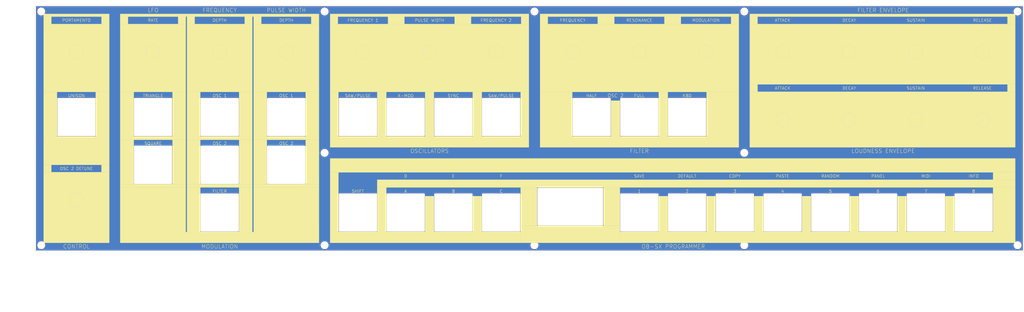
<source format=kicad_pcb>
(kicad_pcb (version 20171130) (host pcbnew "(5.1.7)-1")
  (layers (0 F.Cu signal) (31 B.Cu signal) (34 B.Paste user) (35 F.Paste user) (36 B.SilkS user) (37 F.SilkS user) (38 B.Mask user) (39 F.Mask user) (44 Edge.Cuts user))
  (net 0 "")
  (gr_circle (center 100.33 356.87) (end 103.88 356.87) (layer Edge.Cuts) (width 0.05))
  (gr_circle (center 558.165 316.23) (end 561.715 316.23) (layer Edge.Cuts) (width 0.05))
  (gr_circle (center 524.51 316.23) (end 528.06 316.23) (layer Edge.Cuts) (width 0.05))
  (gr_circle (center 490.855 316.23) (end 494.405 316.23) (layer Edge.Cuts) (width 0.05))
  (gr_circle (center 457.2 316.23) (end 460.75 316.23) (layer Edge.Cuts) (width 0.05))
  (gr_circle (center 558.165 281.94) (end 561.715 281.94) (layer Edge.Cuts) (width 0.05))
  (gr_circle (center 524.51 281.94) (end 528.06 281.94) (layer Edge.Cuts) (width 0.05))
  (gr_circle (center 490.855 281.94) (end 494.405 281.94) (layer Edge.Cuts) (width 0.05))
  (gr_circle (center 457.2 281.94) (end 460.75 281.94) (layer Edge.Cuts) (width 0.05))
  (gr_circle (center 418.465 281.94) (end 422.015 281.94) (layer Edge.Cuts) (width 0.05))
  (gr_circle (center 384.81 281.94) (end 388.36 281.94) (layer Edge.Cuts) (width 0.05))
  (gr_circle (center 351.155 281.94) (end 354.705 281.94) (layer Edge.Cuts) (width 0.05))
  (gr_circle (center 312.42 281.94) (end 315.97 281.94) (layer Edge.Cuts) (width 0.05))
  (gr_circle (center 278.765 281.94) (end 282.315 281.94) (layer Edge.Cuts) (width 0.05))
  (gr_circle (center 245.11 281.94) (end 248.66 281.94) (layer Edge.Cuts) (width 0.05))
  (gr_circle (center 206.375 281.94) (end 209.925 281.94) (layer Edge.Cuts) (width 0.05))
  (gr_circle (center 172.72 281.94) (end 176.27 281.94) (layer Edge.Cuts) (width 0.05))
  (gr_circle (center 139.065 281.94) (end 142.615 281.94) (layer Edge.Cuts) (width 0.05))
  (gr_line (start 366.0775 369.2525) (end 333.6925 369.2525) (layer Edge.Cuts) (width 0.05))
  (gr_line (start 366.0775 351.155) (end 366.0775 369.2525) (layer Edge.Cuts) (width 0.05))
  (gr_line (start 333.6925 351.155) (end 366.0775 351.155) (layer Edge.Cuts) (width 0.05))
  (gr_line (start 333.6925 369.2525) (end 333.6925 351.155) (layer Edge.Cuts) (width 0.05))
  (gr_poly (pts (xy 374.9675 351.4725) (xy 366.7125 351.4725) (xy 366.7125 350.52) (xy 374.9675 350.52)) (layer F.SilkS) (width 0.1))
  (gr_poly (pts (xy 333.0575 351.4725) (xy 324.8025 351.4725) (xy 324.8025 350.52) (xy 333.0575 350.52)) (layer F.SilkS) (width 0.1))
  (gr_line (start 562.9275 372.4275) (end 562.9275 354.0125) (layer Edge.Cuts) (width 0.05))
  (gr_line (start 544.5125 354.0125) (end 544.5125 372.4275) (layer Edge.Cuts) (width 0.05))
  (gr_line (start 562.9275 354.0125) (end 544.5125 354.0125) (layer Edge.Cuts) (width 0.05))
  (gr_line (start 544.5125 372.4275) (end 562.9275 372.4275) (layer Edge.Cuts) (width 0.05))
  (gr_line (start 538.7975 372.4275) (end 538.7975 354.0125) (layer Edge.Cuts) (width 0.05))
  (gr_line (start 520.3825 354.0125) (end 520.3825 372.4275) (layer Edge.Cuts) (width 0.05))
  (gr_line (start 538.7975 354.0125) (end 520.3825 354.0125) (layer Edge.Cuts) (width 0.05))
  (gr_line (start 520.3825 372.4275) (end 538.7975 372.4275) (layer Edge.Cuts) (width 0.05))
  (gr_line (start 514.6675 372.4275) (end 514.6675 354.0125) (layer Edge.Cuts) (width 0.05))
  (gr_line (start 496.2525 354.0125) (end 496.2525 372.4275) (layer Edge.Cuts) (width 0.05))
  (gr_line (start 514.6675 354.0125) (end 496.2525 354.0125) (layer Edge.Cuts) (width 0.05))
  (gr_line (start 496.2525 372.4275) (end 514.6675 372.4275) (layer Edge.Cuts) (width 0.05))
  (gr_line (start 490.5375 372.4275) (end 490.5375 354.0125) (layer Edge.Cuts) (width 0.05))
  (gr_line (start 472.1225 354.0125) (end 472.1225 372.4275) (layer Edge.Cuts) (width 0.05))
  (gr_line (start 490.5375 354.0125) (end 472.1225 354.0125) (layer Edge.Cuts) (width 0.05))
  (gr_line (start 472.1225 372.4275) (end 490.5375 372.4275) (layer Edge.Cuts) (width 0.05))
  (gr_line (start 466.4075 372.4275) (end 466.4075 354.0125) (layer Edge.Cuts) (width 0.05))
  (gr_line (start 447.9925 354.0125) (end 447.9925 372.4275) (layer Edge.Cuts) (width 0.05))
  (gr_line (start 466.4075 354.0125) (end 447.9925 354.0125) (layer Edge.Cuts) (width 0.05))
  (gr_line (start 447.9925 372.4275) (end 466.4075 372.4275) (layer Edge.Cuts) (width 0.05))
  (gr_line (start 442.2775 372.4275) (end 442.2775 354.0125) (layer Edge.Cuts) (width 0.05))
  (gr_line (start 423.8625 354.0125) (end 423.8625 372.4275) (layer Edge.Cuts) (width 0.05))
  (gr_line (start 442.2775 354.0125) (end 423.8625 354.0125) (layer Edge.Cuts) (width 0.05))
  (gr_line (start 423.8625 372.4275) (end 442.2775 372.4275) (layer Edge.Cuts) (width 0.05))
  (gr_line (start 418.1475 372.4275) (end 418.1475 354.0125) (layer Edge.Cuts) (width 0.05))
  (gr_line (start 399.7325 354.0125) (end 399.7325 372.4275) (layer Edge.Cuts) (width 0.05))
  (gr_line (start 418.1475 354.0125) (end 399.7325 354.0125) (layer Edge.Cuts) (width 0.05))
  (gr_line (start 399.7325 372.4275) (end 418.1475 372.4275) (layer Edge.Cuts) (width 0.05))
  (gr_line (start 394.0175 372.4275) (end 394.0175 354.0125) (layer Edge.Cuts) (width 0.05))
  (gr_line (start 375.6025 354.0125) (end 375.6025 372.4275) (layer Edge.Cuts) (width 0.05))
  (gr_line (start 394.0175 354.0125) (end 375.6025 354.0125) (layer Edge.Cuts) (width 0.05))
  (gr_line (start 375.6025 372.4275) (end 394.0175 372.4275) (layer Edge.Cuts) (width 0.05))
  (gr_line (start 324.1675 372.4275) (end 324.1675 354.0125) (layer Edge.Cuts) (width 0.05))
  (gr_line (start 305.7525 354.0125) (end 305.7525 372.4275) (layer Edge.Cuts) (width 0.05))
  (gr_line (start 324.1675 354.0125) (end 305.7525 354.0125) (layer Edge.Cuts) (width 0.05))
  (gr_line (start 305.7525 372.4275) (end 324.1675 372.4275) (layer Edge.Cuts) (width 0.05))
  (gr_line (start 300.0375 372.4275) (end 300.0375 354.0125) (layer Edge.Cuts) (width 0.05))
  (gr_line (start 281.6225 354.0125) (end 281.6225 372.4275) (layer Edge.Cuts) (width 0.05))
  (gr_line (start 300.0375 354.0125) (end 281.6225 354.0125) (layer Edge.Cuts) (width 0.05))
  (gr_line (start 281.6225 372.4275) (end 300.0375 372.4275) (layer Edge.Cuts) (width 0.05))
  (gr_line (start 275.9075 372.4275) (end 275.9075 354.0125) (layer Edge.Cuts) (width 0.05))
  (gr_line (start 257.4925 354.0125) (end 257.4925 372.4275) (layer Edge.Cuts) (width 0.05))
  (gr_line (start 275.9075 354.0125) (end 257.4925 354.0125) (layer Edge.Cuts) (width 0.05))
  (gr_line (start 257.4925 372.4275) (end 275.9075 372.4275) (layer Edge.Cuts) (width 0.05))
  (gr_line (start 251.7775 372.4275) (end 251.7775 354.0125) (layer Edge.Cuts) (width 0.05))
  (gr_line (start 233.3625 354.0125) (end 233.3625 372.4275) (layer Edge.Cuts) (width 0.05))
  (gr_line (start 251.7775 354.0125) (end 233.3625 354.0125) (layer Edge.Cuts) (width 0.05))
  (gr_line (start 233.3625 372.4275) (end 251.7775 372.4275) (layer Edge.Cuts) (width 0.05))
  (gr_line (start 418.1475 324.1675) (end 418.1475 305.7525) (layer Edge.Cuts) (width 0.05))
  (gr_line (start 399.7325 305.7525) (end 399.7325 324.1675) (layer Edge.Cuts) (width 0.05))
  (gr_line (start 418.1475 305.7525) (end 399.7325 305.7525) (layer Edge.Cuts) (width 0.05))
  (gr_line (start 399.7325 324.1675) (end 418.1475 324.1675) (layer Edge.Cuts) (width 0.05))
  (gr_line (start 394.0175 324.1675) (end 394.0175 305.7525) (layer Edge.Cuts) (width 0.05))
  (gr_line (start 375.6025 305.7525) (end 375.6025 324.1675) (layer Edge.Cuts) (width 0.05))
  (gr_line (start 394.0175 305.7525) (end 375.6025 305.7525) (layer Edge.Cuts) (width 0.05))
  (gr_line (start 375.6025 324.1675) (end 394.0175 324.1675) (layer Edge.Cuts) (width 0.05))
  (gr_line (start 369.8875 324.1675) (end 369.8875 305.7525) (layer Edge.Cuts) (width 0.05))
  (gr_line (start 351.4725 305.7525) (end 351.4725 324.1675) (layer Edge.Cuts) (width 0.05))
  (gr_line (start 369.8875 305.7525) (end 351.4725 305.7525) (layer Edge.Cuts) (width 0.05))
  (gr_line (start 351.4725 324.1675) (end 369.8875 324.1675) (layer Edge.Cuts) (width 0.05))
  (gr_line (start 324.1675 324.1675) (end 324.1675 305.7525) (layer Edge.Cuts) (width 0.05))
  (gr_line (start 305.7525 305.7525) (end 305.7525 324.1675) (layer Edge.Cuts) (width 0.05))
  (gr_line (start 324.1675 305.7525) (end 305.7525 305.7525) (layer Edge.Cuts) (width 0.05))
  (gr_line (start 305.7525 324.1675) (end 324.1675 324.1675) (layer Edge.Cuts) (width 0.05))
  (gr_line (start 300.0375 324.1675) (end 300.0375 305.7525) (layer Edge.Cuts) (width 0.05))
  (gr_line (start 281.6225 305.7525) (end 281.6225 324.1675) (layer Edge.Cuts) (width 0.05))
  (gr_line (start 300.0375 305.7525) (end 281.6225 305.7525) (layer Edge.Cuts) (width 0.05))
  (gr_line (start 281.6225 324.1675) (end 300.0375 324.1675) (layer Edge.Cuts) (width 0.05))
  (gr_line (start 275.9075 324.1675) (end 275.9075 305.7525) (layer Edge.Cuts) (width 0.05))
  (gr_line (start 257.4925 305.7525) (end 257.4925 324.1675) (layer Edge.Cuts) (width 0.05))
  (gr_line (start 275.9075 305.7525) (end 257.4925 305.7525) (layer Edge.Cuts) (width 0.05))
  (gr_line (start 257.4925 324.1675) (end 275.9075 324.1675) (layer Edge.Cuts) (width 0.05))
  (gr_line (start 251.7775 324.1675) (end 251.7775 305.7525) (layer Edge.Cuts) (width 0.05))
  (gr_line (start 233.3625 305.7525) (end 233.3625 324.1675) (layer Edge.Cuts) (width 0.05))
  (gr_line (start 251.7775 305.7525) (end 233.3625 305.7525) (layer Edge.Cuts) (width 0.05))
  (gr_line (start 233.3625 324.1675) (end 251.7775 324.1675) (layer Edge.Cuts) (width 0.05))
  (gr_line (start 215.5825 348.2975) (end 215.5825 329.8825) (layer Edge.Cuts) (width 0.05))
  (gr_line (start 197.1675 329.8825) (end 197.1675 348.2975) (layer Edge.Cuts) (width 0.05))
  (gr_line (start 215.5825 329.8825) (end 197.1675 329.8825) (layer Edge.Cuts) (width 0.05))
  (gr_line (start 197.1675 348.2975) (end 215.5825 348.2975) (layer Edge.Cuts) (width 0.05))
  (gr_line (start 215.5825 324.1675) (end 215.5825 305.7525) (layer Edge.Cuts) (width 0.05))
  (gr_line (start 197.1675 305.7525) (end 197.1675 324.1675) (layer Edge.Cuts) (width 0.05))
  (gr_line (start 215.5825 305.7525) (end 197.1675 305.7525) (layer Edge.Cuts) (width 0.05))
  (gr_line (start 197.1675 324.1675) (end 215.5825 324.1675) (layer Edge.Cuts) (width 0.05))
  (gr_line (start 181.9275 372.4275) (end 181.9275 354.0125) (layer Edge.Cuts) (width 0.05))
  (gr_line (start 163.5125 354.0125) (end 163.5125 372.4275) (layer Edge.Cuts) (width 0.05))
  (gr_line (start 181.9275 354.0125) (end 163.5125 354.0125) (layer Edge.Cuts) (width 0.05))
  (gr_line (start 163.5125 372.4275) (end 181.9275 372.4275) (layer Edge.Cuts) (width 0.05))
  (gr_line (start 181.9275 348.2975) (end 181.9275 329.8825) (layer Edge.Cuts) (width 0.05))
  (gr_line (start 163.5125 329.8825) (end 163.5125 348.2975) (layer Edge.Cuts) (width 0.05))
  (gr_line (start 181.9275 329.8825) (end 163.5125 329.8825) (layer Edge.Cuts) (width 0.05))
  (gr_line (start 163.5125 348.2975) (end 181.9275 348.2975) (layer Edge.Cuts) (width 0.05))
  (gr_line (start 181.9275 324.1675) (end 181.9275 305.7525) (layer Edge.Cuts) (width 0.05))
  (gr_line (start 163.5125 305.7525) (end 163.5125 324.1675) (layer Edge.Cuts) (width 0.05))
  (gr_line (start 181.9275 305.7525) (end 163.5125 305.7525) (layer Edge.Cuts) (width 0.05))
  (gr_line (start 163.5125 324.1675) (end 181.9275 324.1675) (layer Edge.Cuts) (width 0.05))
  (gr_line (start 148.2725 348.2975) (end 148.2725 329.8825) (layer Edge.Cuts) (width 0.05))
  (gr_line (start 129.8575 329.8825) (end 129.8575 348.2975) (layer Edge.Cuts) (width 0.05))
  (gr_line (start 148.2725 329.8825) (end 129.8575 329.8825) (layer Edge.Cuts) (width 0.05))
  (gr_line (start 129.8575 348.2975) (end 148.2725 348.2975) (layer Edge.Cuts) (width 0.05))
  (gr_line (start 148.2725 324.1675) (end 148.2725 305.7525) (layer Edge.Cuts) (width 0.05))
  (gr_line (start 129.8575 305.7525) (end 129.8575 324.1675) (layer Edge.Cuts) (width 0.05))
  (gr_line (start 148.2725 305.7525) (end 129.8575 305.7525) (layer Edge.Cuts) (width 0.05))
  (gr_line (start 129.8575 324.1675) (end 148.2725 324.1675) (layer Edge.Cuts) (width 0.05))
  (gr_line (start 109.5375 305.7525) (end 91.1225 305.7525) (layer Edge.Cuts) (width 0.05))
  (gr_line (start 109.5375 324.1675) (end 109.5375 305.7525) (layer Edge.Cuts) (width 0.05))
  (gr_line (start 91.1225 324.1675) (end 109.5375 324.1675) (layer Edge.Cuts) (width 0.05))
  (gr_line (start 91.1225 305.7525) (end 91.1225 324.1675) (layer Edge.Cuts) (width 0.05))
  (gr_line (start 579.12 258.445) (end 579.12 382.905) (layer Edge.Cuts) (width 0.1))
  (gr_line (start 79.375 258.445) (end 579.12 258.445) (layer Edge.Cuts) (width 0.1))
  (gr_line (start 79.375 382.905) (end 79.375 258.445) (layer Edge.Cuts) (width 0.1))
  (gr_line (start 579.12 382.905) (end 79.375 382.905) (layer Edge.Cuts) (width 0.1))
  (gr_poly (pts (xy 116.84 342.9) (xy 113.03 342.9) (xy 113.03 339.09) (xy 116.84 339.09)) (layer F.SilkS) (width 0.1))
  (gr_poly (pts (xy 87.63 342.9) (xy 83.82 342.9) (xy 83.82 339.09) (xy 87.63 339.09)) (layer F.SilkS) (width 0.1))
  (gr_poly (pts (xy 116.84 378.46) (xy 83.82 378.46) (xy 83.82 342.9) (xy 116.84 342.9)) (layer F.SilkS) (width 0.1))
  (gr_poly (pts (xy 116.84 339.09) (xy 83.82 339.09) (xy 83.82 324.8025) (xy 116.84 324.8025)) (layer F.SilkS) (width 0.1))
  (gr_text "OSC 2 DETUNE" (at 100.33 340.995) (layer F.SilkS) (effects (font (size 1.5 1.5))))
  (gr_line (start 87.63 342.9) (end 87.63 339.09) (layer F.SilkS) (width 0.12))
  (gr_line (start 113.03 342.9) (end 113.03 339.09) (layer F.SilkS) (width 0.12))
  (gr_line (start 87.63 339.09) (end 113.03 339.09) (layer F.SilkS) (width 0.12))
  (gr_line (start 113.03 342.9) (end 87.63 342.9) (layer F.SilkS) (width 0.12))
  (gr_poly (pts (xy 374.9675 369.8875) (xy 366.7125 369.8875) (xy 366.7125 351.4725) (xy 374.9675 351.4725)) (layer F.SilkS) (width 0.1))
  (gr_poly (pts (xy 333.0575 369.8875) (xy 324.8025 369.8875) (xy 324.8025 351.4725) (xy 333.0575 351.4725)) (layer F.SilkS) (width 0.1))
  (gr_poly (pts (xy 374.9675 378.46) (xy 324.8025 378.46) (xy 324.8025 369.8875) (xy 374.9675 369.8875)) (layer F.SilkS) (width 0.1))
  (gr_poly (pts (xy 574.675 350.52) (xy 252.4125 350.52) (xy 252.4125 346.71) (xy 574.675 346.71)) (layer F.SilkS) (width 0.1))
  (gr_poly (pts (xy 222.885 373.0625) (xy 189.865 373.0625) (xy 189.865 350.52) (xy 222.885 350.52)) (layer F.SilkS) (width 0.1))
  (gr_poly (pts (xy 155.575 373.0625) (xy 122.555 373.0625) (xy 122.555 350.52) (xy 155.575 350.52)) (layer F.SilkS) (width 0.1))
  (gr_poly (pts (xy 189.23 373.0625) (xy 182.5625 373.0625) (xy 182.5625 350.52) (xy 189.23 350.52)) (layer F.SilkS) (width 0.1))
  (gr_poly (pts (xy 162.8775 373.0625) (xy 156.21 373.0625) (xy 156.21 350.52) (xy 162.8775 350.52)) (layer F.SilkS) (width 0.1))
  (gr_poly (pts (xy 222.885 350.52) (xy 189.865 350.52) (xy 189.865 348.9325) (xy 222.885 348.9325)) (layer F.SilkS) (width 0.1))
  (gr_poly (pts (xy 189.23 350.52) (xy 156.21 350.52) (xy 156.21 348.9325) (xy 189.23 348.9325)) (layer F.SilkS) (width 0.1))
  (gr_poly (pts (xy 155.575 350.52) (xy 122.555 350.52) (xy 122.555 348.9325) (xy 155.575 348.9325)) (layer F.SilkS) (width 0.1))
  (gr_poly (pts (xy 189.23 326.39) (xy 156.21 326.39) (xy 156.21 324.8025) (xy 189.23 324.8025)) (layer F.SilkS) (width 0.1))
  (gr_poly (pts (xy 222.885 326.39) (xy 189.865 326.39) (xy 189.865 324.8025) (xy 222.885 324.8025)) (layer F.SilkS) (width 0.1))
  (gr_poly (pts (xy 155.575 326.39) (xy 122.555 326.39) (xy 122.555 324.8025) (xy 155.575 324.8025)) (layer F.SilkS) (width 0.1))
  (gr_poly (pts (xy 196.5325 348.9325) (xy 189.865 348.9325) (xy 189.865 326.39) (xy 196.5325 326.39)) (layer F.SilkS) (width 0.1))
  (gr_poly (pts (xy 189.23 348.9325) (xy 182.5625 348.9325) (xy 182.5625 326.39) (xy 189.23 326.39)) (layer F.SilkS) (width 0.1))
  (gr_poly (pts (xy 162.8775 348.9325) (xy 156.21 348.9325) (xy 156.21 326.39) (xy 162.8775 326.39)) (layer F.SilkS) (width 0.1))
  (gr_poly (pts (xy 155.575 348.9325) (xy 148.9075 348.9325) (xy 148.9075 326.39) (xy 155.575 326.39)) (layer F.SilkS) (width 0.1))
  (gr_poly (pts (xy 196.5325 324.8025) (xy 189.865 324.8025) (xy 189.865 302.26) (xy 196.5325 302.26)) (layer F.SilkS) (width 0.1))
  (gr_poly (pts (xy 189.23 324.8025) (xy 182.5625 324.8025) (xy 182.5625 302.26) (xy 189.23 302.26)) (layer F.SilkS) (width 0.1))
  (gr_poly (pts (xy 162.8775 324.8025) (xy 156.21 324.8025) (xy 156.21 302.26) (xy 162.8775 302.26)) (layer F.SilkS) (width 0.1))
  (gr_poly (pts (xy 155.575 324.8025) (xy 148.9075 324.8025) (xy 148.9075 302.26) (xy 155.575 302.26)) (layer F.SilkS) (width 0.1))
  (gr_poly (pts (xy 189.23 302.26) (xy 156.21 302.26) (xy 156.21 267.97) (xy 189.23 267.97)) (layer F.SilkS) (width 0.1))
  (gr_poly (pts (xy 222.885 302.26) (xy 189.865 302.26) (xy 189.865 267.97) (xy 222.885 267.97)) (layer F.SilkS) (width 0.1))
  (gr_poly (pts (xy 155.575 302.26) (xy 122.555 302.26) (xy 122.555 267.97) (xy 155.575 267.97)) (layer F.SilkS) (width 0.1))
  (gr_poly (pts (xy 193.675 267.97) (xy 189.865 267.97) (xy 189.865 264.16) (xy 193.675 264.16)) (layer F.SilkS) (width 0.1))
  (gr_poly (pts (xy 189.23 267.97) (xy 185.42 267.97) (xy 185.42 264.16) (xy 189.23 264.16)) (layer F.SilkS) (width 0.1))
  (gr_poly (pts (xy 160.02 267.97) (xy 156.21 267.97) (xy 156.21 264.16) (xy 160.02 264.16)) (layer F.SilkS) (width 0.1))
  (gr_poly (pts (xy 155.575 267.97) (xy 151.765 267.97) (xy 151.765 264.16) (xy 155.575 264.16)) (layer F.SilkS) (width 0.1))
  (gr_circle (center 437.8325 333.0575) (end 439.3325 333.0575) (layer Edge.Cuts) (width 0.05))
  (gr_poly (pts (xy 543.8775 373.0625) (xy 539.4325 373.0625) (xy 539.4325 354.965) (xy 543.8775 354.965)) (layer F.SilkS) (width 0.1))
  (gr_poly (pts (xy 519.7475 373.0625) (xy 515.3025 373.0625) (xy 515.3025 354.965) (xy 519.7475 354.965)) (layer F.SilkS) (width 0.1))
  (gr_poly (pts (xy 495.6175 373.0625) (xy 491.1725 373.0625) (xy 491.1725 354.965) (xy 495.6175 354.965)) (layer F.SilkS) (width 0.1))
  (gr_poly (pts (xy 471.4875 373.0625) (xy 467.0425 373.0625) (xy 467.0425 354.965) (xy 471.4875 354.965)) (layer F.SilkS) (width 0.1))
  (gr_poly (pts (xy 447.3575 373.0625) (xy 442.9125 373.0625) (xy 442.9125 354.965) (xy 447.3575 354.965)) (layer F.SilkS) (width 0.1))
  (gr_poly (pts (xy 423.2275 373.0625) (xy 418.7825 373.0625) (xy 418.7825 354.965) (xy 423.2275 354.965)) (layer F.SilkS) (width 0.1))
  (gr_poly (pts (xy 399.0975 373.0625) (xy 394.6525 373.0625) (xy 394.6525 354.965) (xy 399.0975 354.965)) (layer F.SilkS) (width 0.1))
  (gr_poly (pts (xy 574.675 346.71) (xy 563.5625 346.71) (xy 563.5625 342.9) (xy 574.675 342.9)) (layer F.SilkS) (width 0.1))
  (gr_poly (pts (xy 574.675 373.0625) (xy 563.5625 373.0625) (xy 563.5625 350.52) (xy 574.675 350.52)) (layer F.SilkS) (width 0.1))
  (gr_poly (pts (xy 574.675 378.46) (xy 374.9675 378.46) (xy 374.9675 373.0625) (xy 574.675 373.0625)) (layer F.SilkS) (width 0.1))
  (gr_poly (pts (xy 256.8575 373.0625) (xy 252.4125 373.0625) (xy 252.4125 350.52) (xy 256.8575 350.52)) (layer F.SilkS) (width 0.1))
  (gr_poly (pts (xy 232.7275 373.0625) (xy 228.6 373.0625) (xy 228.6 342.9) (xy 232.7275 342.9)) (layer F.SilkS) (width 0.1))
  (gr_poly (pts (xy 305.1175 373.0625) (xy 300.6725 373.0625) (xy 300.6725 354.965) (xy 305.1175 354.965)) (layer F.SilkS) (width 0.1))
  (gr_poly (pts (xy 280.9875 373.0625) (xy 276.5425 373.0625) (xy 276.5425 354.965) (xy 280.9875 354.965)) (layer F.SilkS) (width 0.1))
  (gr_poly (pts (xy 324.8025 378.46) (xy 228.6 378.46) (xy 228.6 373.0625) (xy 324.8025 373.0625)) (layer F.SilkS) (width 0.1))
  (gr_poly (pts (xy 574.675 342.9) (xy 228.6 342.9) (xy 228.6 335.915) (xy 574.675 335.915)) (layer F.SilkS) (width 0.1))
  (gr_poly (pts (xy 574.675 264.16) (xy 440.69 264.16) (xy 440.69 262.89) (xy 574.675 262.89)) (layer F.SilkS) (width 0.1))
  (gr_poly (pts (xy 444.5 267.97) (xy 440.69 267.97) (xy 440.69 264.16) (xy 444.5 264.16)) (layer F.SilkS) (width 0.1))
  (gr_poly (pts (xy 574.675 267.97) (xy 570.865 267.97) (xy 570.865 264.16) (xy 574.675 264.16)) (layer F.SilkS) (width 0.1))
  (gr_poly (pts (xy 574.675 298.45) (xy 440.69 298.45) (xy 440.69 267.97) (xy 574.675 267.97)) (layer F.SilkS) (width 0.1))
  (gr_poly (pts (xy 574.675 302.26) (xy 570.865 302.26) (xy 570.865 298.45) (xy 574.675 298.45)) (layer F.SilkS) (width 0.1))
  (gr_poly (pts (xy 444.5 302.26) (xy 440.69 302.26) (xy 440.69 298.45) (xy 444.5 298.45)) (layer F.SilkS) (width 0.1))
  (gr_poly (pts (xy 574.675 330.2) (xy 440.69 330.2) (xy 440.69 302.26) (xy 574.675 302.26)) (layer F.SilkS) (width 0.1))
  (gr_poly (pts (xy 434.975 264.16) (xy 334.645 264.16) (xy 334.645 262.89) (xy 434.975 262.89)) (layer F.SilkS) (width 0.1))
  (gr_poly (pts (xy 434.975 267.97) (xy 431.165 267.97) (xy 431.165 264.16) (xy 434.975 264.16)) (layer F.SilkS) (width 0.1))
  (gr_poly (pts (xy 405.765 267.97) (xy 397.51 267.97) (xy 397.51 264.16) (xy 405.765 264.16)) (layer F.SilkS) (width 0.1))
  (gr_poly (pts (xy 372.11 267.97) (xy 363.855 267.97) (xy 363.855 264.16) (xy 372.11 264.16)) (layer F.SilkS) (width 0.1))
  (gr_poly (pts (xy 338.455 267.97) (xy 334.645 267.97) (xy 334.645 264.16) (xy 338.455 264.16)) (layer F.SilkS) (width 0.1))
  (gr_poly (pts (xy 434.975 302.26) (xy 334.645 302.26) (xy 334.645 267.97) (xy 434.975 267.97)) (layer F.SilkS) (width 0.1))
  (gr_poly (pts (xy 434.975 324.8025) (xy 418.7825 324.8025) (xy 418.7825 302.26) (xy 434.975 302.26)) (layer F.SilkS) (width 0.1))
  (gr_poly (pts (xy 399.0975 324.8025) (xy 394.6525 324.8025) (xy 394.6525 302.26) (xy 399.0975 302.26)) (layer F.SilkS) (width 0.1))
  (gr_poly (pts (xy 374.9675 324.8025) (xy 370.5225 324.8025) (xy 370.5225 306.705) (xy 374.9675 306.705)) (layer F.SilkS) (width 0.1))
  (gr_line (start 374.9675 306.705) (end 374.9675 324.8025) (layer F.SilkS) (width 0.12))
  (gr_line (start 370.5225 306.705) (end 370.5225 324.8025) (layer F.SilkS) (width 0.12))
  (gr_line (start 370.5225 302.26) (end 374.9675 302.26) (layer F.SilkS) (width 0.12))
  (gr_line (start 370.5225 306.705) (end 374.9675 306.705) (layer F.SilkS) (width 0.12))
  (gr_poly (pts (xy 350.8375 324.8025) (xy 334.645 324.8025) (xy 334.645 302.26) (xy 350.8375 302.26)) (layer F.SilkS) (width 0.1))
  (gr_poly (pts (xy 266.065 267.97) (xy 257.81 267.97) (xy 257.81 264.16) (xy 266.065 264.16)) (layer F.SilkS) (width 0.1))
  (gr_poly (pts (xy 299.72 267.97) (xy 291.465 267.97) (xy 291.465 264.16) (xy 299.72 264.16)) (layer F.SilkS) (width 0.1))
  (gr_poly (pts (xy 328.93 267.97) (xy 325.12 267.97) (xy 325.12 264.16) (xy 328.93 264.16)) (layer F.SilkS) (width 0.1))
  (gr_poly (pts (xy 328.93 264.16) (xy 228.6 264.16) (xy 228.6 262.89) (xy 328.93 262.89)) (layer F.SilkS) (width 0.1))
  (gr_poly (pts (xy 232.41 267.97) (xy 228.6 267.97) (xy 228.6 264.16) (xy 232.41 264.16)) (layer F.SilkS) (width 0.1))
  (gr_poly (pts (xy 434.975 330.2) (xy 334.645 330.2) (xy 334.645 324.8025) (xy 434.975 324.8025)) (layer F.SilkS) (width 0.1))
  (gr_poly (pts (xy 328.93 324.8025) (xy 324.8025 324.8025) (xy 324.8025 302.26) (xy 328.93 302.26)) (layer F.SilkS) (width 0.1))
  (gr_poly (pts (xy 305.1175 324.8025) (xy 300.6725 324.8025) (xy 300.6725 302.26) (xy 305.1175 302.26)) (layer F.SilkS) (width 0.1))
  (gr_poly (pts (xy 280.9875 324.8025) (xy 276.5425 324.8025) (xy 276.5425 302.26) (xy 280.9875 302.26)) (layer F.SilkS) (width 0.1))
  (gr_poly (pts (xy 256.8575 324.8025) (xy 252.4125 324.8025) (xy 252.4125 302.26) (xy 256.8575 302.26)) (layer F.SilkS) (width 0.1))
  (gr_poly (pts (xy 232.7275 324.8025) (xy 228.6 324.8025) (xy 228.6 302.26) (xy 232.7275 302.26)) (layer F.SilkS) (width 0.1))
  (gr_poly (pts (xy 328.93 302.26) (xy 228.6 302.26) (xy 228.6 267.97) (xy 328.93 267.97)) (layer F.SilkS) (width 0.1))
  (gr_poly (pts (xy 328.93 330.2) (xy 228.6 330.2) (xy 228.6 324.8025) (xy 328.93 324.8025)) (layer F.SilkS) (width 0.1))
  (gr_poly (pts (xy 222.885 264.16) (xy 122.555 264.16) (xy 122.555 262.89) (xy 222.885 262.89)) (layer F.SilkS) (width 0.1))
  (gr_poly (pts (xy 222.885 267.97) (xy 219.075 267.97) (xy 219.075 264.16) (xy 222.885 264.16)) (layer F.SilkS) (width 0.1))
  (gr_poly (pts (xy 126.365 267.97) (xy 122.555 267.97) (xy 122.555 264.16) (xy 126.365 264.16)) (layer F.SilkS) (width 0.1))
  (gr_poly (pts (xy 222.885 324.8025) (xy 216.2175 324.8025) (xy 216.2175 302.26) (xy 222.885 302.26)) (layer F.SilkS) (width 0.1))
  (gr_poly (pts (xy 129.2225 324.8025) (xy 122.555 324.8025) (xy 122.555 302.26) (xy 129.2225 302.26)) (layer F.SilkS) (width 0.1))
  (gr_poly (pts (xy 222.885 348.9325) (xy 216.2175 348.9325) (xy 216.2175 326.39) (xy 222.885 326.39)) (layer F.SilkS) (width 0.1))
  (gr_poly (pts (xy 129.2225 348.9325) (xy 122.555 348.9325) (xy 122.555 326.39) (xy 129.2225 326.39)) (layer F.SilkS) (width 0.1))
  (gr_poly (pts (xy 222.885 378.46) (xy 122.555 378.46) (xy 122.555 373.0625) (xy 222.885 373.0625)) (layer F.SilkS) (width 0.1))
  (gr_poly (pts (xy 116.84 264.16) (xy 83.82 264.16) (xy 83.82 262.89) (xy 116.84 262.89)) (layer F.SilkS) (width 0.1))
  (gr_poly (pts (xy 116.84 267.97) (xy 113.03 267.97) (xy 113.03 264.16) (xy 116.84 264.16)) (layer F.SilkS) (width 0.1))
  (gr_poly (pts (xy 87.63 267.97) (xy 83.82 267.97) (xy 83.82 264.16) (xy 87.63 264.16)) (layer F.SilkS) (width 0.1))
  (gr_poly (pts (xy 116.84 302.26) (xy 83.82 302.26) (xy 83.82 267.97) (xy 116.84 267.97)) (layer F.SilkS) (width 0.1))
  (gr_poly (pts (xy 116.84 324.8025) (xy 110.1725 324.8025) (xy 110.1725 302.26) (xy 116.84 302.26)) (layer F.SilkS) (width 0.1))
  (gr_poly (pts (xy 90.4875 324.8025) (xy 83.82 324.8025) (xy 83.82 302.26) (xy 90.4875 302.26)) (layer F.SilkS) (width 0.1))
  (gr_circle (center 100.33 281.94) (end 103.88 281.94) (layer Edge.Cuts) (width 0.05))
  (gr_line (start 228.6 330.2) (end 228.6 269.24) (layer F.SilkS) (width 0.12))
  (gr_line (start 328.93 330.2) (end 328.93 269.24) (layer F.SilkS) (width 0.12))
  (gr_line (start 334.645 330.2) (end 334.645 269.24) (layer F.SilkS) (width 0.12))
  (gr_line (start 434.975 330.2) (end 434.975 269.24) (layer F.SilkS) (width 0.12))
  (gr_line (start 440.69 330.2) (end 440.69 325.12) (layer F.SilkS) (width 0.12))
  (gr_line (start 574.675 330.2) (end 574.675 269.24) (layer F.SilkS) (width 0.12))
  (gr_line (start 574.675 335.915) (end 574.675 374.65) (layer F.SilkS) (width 0.12))
  (gr_line (start 228.6 378.46) (end 228.6 335.915) (layer F.SilkS) (width 0.12))
  (gr_circle (center 225.7425 333.0575) (end 227.2425 333.0575) (layer Edge.Cuts) (width 0.05))
  (gr_circle (center 437.8325 379.73) (end 439.3325 379.73) (layer Edge.Cuts) (width 0.05))
  (gr_circle (center 331.7875 379.73) (end 333.2875 379.73) (layer Edge.Cuts) (width 0.05))
  (gr_text "OB-SX PROGRAMMER" (at 401.955 380.365) (layer F.SilkS) (effects (font (size 2 2))))
  (gr_text MODULATION (at 172.72 380.365) (layer F.SilkS) (effects (font (size 2 2))))
  (gr_text CONTROL (at 100.33 380.365) (layer F.SilkS) (effects (font (size 2 2))))
  (gr_circle (center 575.945 379.73) (end 577.445 379.73) (layer Edge.Cuts) (width 0.05))
  (gr_circle (center 225.7425 379.73) (end 227.2425 379.73) (layer Edge.Cuts) (width 0.05))
  (gr_circle (center 82.55 379.73) (end 84.05 379.73) (layer Edge.Cuts) (width 0.05))
  (gr_line (start 574.675 378.46) (end 574.675 374.65) (layer F.SilkS) (width 0.12))
  (gr_line (start 222.885 378.46) (end 222.885 374.65) (layer F.SilkS) (width 0.12))
  (gr_line (start 122.555 378.46) (end 122.555 374.65) (layer F.SilkS) (width 0.12))
  (gr_line (start 116.84 378.46) (end 116.84 374.65) (layer F.SilkS) (width 0.12))
  (gr_line (start 83.82 378.46) (end 83.82 374.65) (layer F.SilkS) (width 0.12))
  (gr_line (start 228.6 378.46) (end 574.675 378.46) (layer F.SilkS) (width 0.12))
  (gr_line (start 122.555 378.46) (end 222.885 378.46) (layer F.SilkS) (width 0.12))
  (gr_line (start 83.82 378.46) (end 116.84 378.46) (layer F.SilkS) (width 0.12))
  (gr_line (start 232.7275 342.9) (end 563.5625 342.9) (layer F.SilkS) (width 0.12))
  (gr_line (start 563.5625 346.71) (end 252.4125 346.71) (layer F.SilkS) (width 0.12))
  (gr_line (start 447.3575 354.965) (end 447.3575 373.0625) (layer F.SilkS) (width 0.12))
  (gr_line (start 442.9125 373.0625) (end 442.9125 354.965) (layer F.SilkS) (width 0.12))
  (gr_line (start 515.3025 354.965) (end 515.3025 373.0625) (layer F.SilkS) (width 0.12))
  (gr_line (start 519.7475 373.0625) (end 519.7475 354.965) (layer F.SilkS) (width 0.12))
  (gr_line (start 447.3575 354.965) (end 442.9125 354.965) (layer F.SilkS) (width 0.12))
  (gr_line (start 519.7475 354.965) (end 515.3025 354.965) (layer F.SilkS) (width 0.12))
  (gr_line (start 563.5625 373.0625) (end 563.5625 350.52) (layer F.SilkS) (width 0.12))
  (gr_line (start 374.9675 350.52) (end 563.5625 350.52) (layer F.SilkS) (width 0.12))
  (gr_line (start 563.5625 373.0625) (end 543.8775 373.0625) (layer F.SilkS) (width 0.12))
  (gr_line (start 539.4325 354.965) (end 539.4325 373.0625) (layer F.SilkS) (width 0.12))
  (gr_line (start 543.8775 354.965) (end 539.4325 354.965) (layer F.SilkS) (width 0.12))
  (gr_line (start 543.8775 373.0625) (end 543.8775 354.965) (layer F.SilkS) (width 0.12))
  (gr_line (start 539.4325 373.0625) (end 519.7475 373.0625) (layer F.SilkS) (width 0.12))
  (gr_line (start 491.1725 373.0625) (end 471.4875 373.0625) (layer F.SilkS) (width 0.12))
  (gr_line (start 467.0425 354.965) (end 467.0425 373.0625) (layer F.SilkS) (width 0.12))
  (gr_line (start 471.4875 354.965) (end 467.0425 354.965) (layer F.SilkS) (width 0.12))
  (gr_line (start 495.6175 354.965) (end 491.1725 354.965) (layer F.SilkS) (width 0.12))
  (gr_line (start 471.4875 373.0625) (end 471.4875 354.965) (layer F.SilkS) (width 0.12))
  (gr_line (start 491.1725 354.965) (end 491.1725 373.0625) (layer F.SilkS) (width 0.12))
  (gr_line (start 515.3025 373.0625) (end 495.6175 373.0625) (layer F.SilkS) (width 0.12))
  (gr_line (start 467.0425 373.0625) (end 447.3575 373.0625) (layer F.SilkS) (width 0.12))
  (gr_line (start 495.6175 373.0625) (end 495.6175 354.965) (layer F.SilkS) (width 0.12))
  (gr_line (start 418.7825 373.0625) (end 399.0975 373.0625) (layer F.SilkS) (width 0.12))
  (gr_line (start 394.6525 354.965) (end 394.6525 373.0625) (layer F.SilkS) (width 0.12))
  (gr_line (start 399.0975 354.965) (end 394.6525 354.965) (layer F.SilkS) (width 0.12))
  (gr_line (start 423.2275 354.965) (end 418.7825 354.965) (layer F.SilkS) (width 0.12))
  (gr_line (start 399.0975 373.0625) (end 399.0975 354.965) (layer F.SilkS) (width 0.12))
  (gr_line (start 418.7825 354.965) (end 418.7825 373.0625) (layer F.SilkS) (width 0.12))
  (gr_line (start 374.9675 373.0625) (end 374.9675 350.52) (layer F.SilkS) (width 0.12))
  (gr_line (start 442.9125 373.0625) (end 423.2275 373.0625) (layer F.SilkS) (width 0.12))
  (gr_line (start 394.6525 373.0625) (end 374.9675 373.0625) (layer F.SilkS) (width 0.12))
  (gr_line (start 423.2275 373.0625) (end 423.2275 354.965) (layer F.SilkS) (width 0.12))
  (gr_line (start 252.4125 373.0625) (end 252.4125 346.71) (layer F.SilkS) (width 0.12))
  (gr_line (start 232.7275 373.0625) (end 232.7275 342.9) (layer F.SilkS) (width 0.12))
  (gr_line (start 252.4125 373.0625) (end 232.7275 373.0625) (layer F.SilkS) (width 0.12))
  (gr_line (start 276.5425 354.965) (end 276.5425 373.0625) (layer F.SilkS) (width 0.12))
  (gr_line (start 280.9875 373.0625) (end 280.9875 354.965) (layer F.SilkS) (width 0.12))
  (gr_line (start 300.6725 354.965) (end 300.6725 373.0625) (layer F.SilkS) (width 0.12))
  (gr_line (start 305.1175 373.0625) (end 305.1175 354.965) (layer F.SilkS) (width 0.12))
  (gr_line (start 305.1175 354.965) (end 300.6725 354.965) (layer F.SilkS) (width 0.12))
  (gr_line (start 280.9875 354.965) (end 276.5425 354.965) (layer F.SilkS) (width 0.12))
  (gr_line (start 256.8575 350.52) (end 324.8025 350.52) (layer F.SilkS) (width 0.12))
  (gr_line (start 324.8025 373.0625) (end 305.1175 373.0625) (layer F.SilkS) (width 0.12))
  (gr_line (start 324.8025 350.52) (end 324.8025 373.0625) (layer F.SilkS) (width 0.12))
  (gr_line (start 300.6725 373.0625) (end 280.9875 373.0625) (layer F.SilkS) (width 0.12))
  (gr_line (start 276.5425 373.0625) (end 256.8575 373.0625) (layer F.SilkS) (width 0.12))
  (gr_line (start 256.8575 373.0625) (end 256.8575 350.52) (layer F.SilkS) (width 0.12))
  (gr_line (start 418.7825 324.8025) (end 399.0975 324.8025) (layer F.SilkS) (width 0.12))
  (gr_line (start 418.7825 302.26) (end 418.7825 324.8025) (layer F.SilkS) (width 0.12))
  (gr_line (start 399.0975 324.8025) (end 399.0975 302.26) (layer F.SilkS) (width 0.12))
  (gr_line (start 399.0975 302.26) (end 418.7825 302.26) (layer F.SilkS) (width 0.12))
  (gr_line (start 394.6525 324.8025) (end 374.9675 324.8025) (layer F.SilkS) (width 0.12))
  (gr_line (start 394.6525 302.26) (end 394.6525 324.8025) (layer F.SilkS) (width 0.12))
  (gr_line (start 374.9675 302.26) (end 394.6525 302.26) (layer F.SilkS) (width 0.12))
  (gr_line (start 370.5225 324.8025) (end 350.8375 324.8025) (layer F.SilkS) (width 0.12))
  (gr_line (start 350.8375 324.8025) (end 350.8375 302.26) (layer F.SilkS) (width 0.12))
  (gr_line (start 350.8375 302.26) (end 370.5225 302.26) (layer F.SilkS) (width 0.12))
  (gr_line (start 324.8025 324.8025) (end 305.1175 324.8025) (layer F.SilkS) (width 0.12))
  (gr_line (start 324.8025 302.26) (end 324.8025 324.8025) (layer F.SilkS) (width 0.12))
  (gr_line (start 305.1175 324.8025) (end 305.1175 302.26) (layer F.SilkS) (width 0.12))
  (gr_line (start 305.1175 302.26) (end 324.8025 302.26) (layer F.SilkS) (width 0.12))
  (gr_line (start 300.6725 324.8025) (end 280.9875 324.8025) (layer F.SilkS) (width 0.12))
  (gr_line (start 300.6725 302.26) (end 300.6725 324.8025) (layer F.SilkS) (width 0.12))
  (gr_line (start 280.9875 324.8025) (end 280.9875 302.26) (layer F.SilkS) (width 0.12))
  (gr_line (start 280.9875 302.26) (end 300.6725 302.26) (layer F.SilkS) (width 0.12))
  (gr_line (start 276.5425 324.8025) (end 256.8575 324.8025) (layer F.SilkS) (width 0.12))
  (gr_line (start 276.5425 302.26) (end 276.5425 324.8025) (layer F.SilkS) (width 0.12))
  (gr_line (start 256.8575 324.8025) (end 256.8575 302.26) (layer F.SilkS) (width 0.12))
  (gr_line (start 256.8575 302.26) (end 276.5425 302.26) (layer F.SilkS) (width 0.12))
  (gr_line (start 252.4125 324.8025) (end 232.7275 324.8025) (layer F.SilkS) (width 0.12))
  (gr_line (start 252.4125 302.26) (end 252.4125 324.8025) (layer F.SilkS) (width 0.12))
  (gr_line (start 232.7275 324.8025) (end 232.7275 302.26) (layer F.SilkS) (width 0.12))
  (gr_line (start 232.7275 302.26) (end 252.4125 302.26) (layer F.SilkS) (width 0.12))
  (gr_line (start 182.5625 373.0625) (end 162.8775 373.0625) (layer F.SilkS) (width 0.12))
  (gr_line (start 182.5625 350.52) (end 182.5625 373.0625) (layer F.SilkS) (width 0.12))
  (gr_line (start 162.8775 373.0625) (end 162.8775 350.52) (layer F.SilkS) (width 0.12))
  (gr_line (start 162.8775 350.52) (end 182.5625 350.52) (layer F.SilkS) (width 0.12))
  (gr_line (start 216.2175 348.9325) (end 196.5325 348.9325) (layer F.SilkS) (width 0.12))
  (gr_line (start 216.2175 326.39) (end 216.2175 348.9325) (layer F.SilkS) (width 0.12))
  (gr_line (start 196.5325 348.9325) (end 196.5325 326.39) (layer F.SilkS) (width 0.12))
  (gr_line (start 196.5325 326.39) (end 216.2175 326.39) (layer F.SilkS) (width 0.12))
  (gr_line (start 182.5625 348.9325) (end 162.8775 348.9325) (layer F.SilkS) (width 0.12))
  (gr_line (start 182.5625 326.39) (end 182.5625 348.9325) (layer F.SilkS) (width 0.12))
  (gr_line (start 162.8775 348.9325) (end 162.8775 326.39) (layer F.SilkS) (width 0.12))
  (gr_line (start 162.8775 326.39) (end 182.5625 326.39) (layer F.SilkS) (width 0.12))
  (gr_line (start 216.2175 324.8025) (end 196.5325 324.8025) (layer F.SilkS) (width 0.12))
  (gr_line (start 216.2175 302.26) (end 216.2175 324.8025) (layer F.SilkS) (width 0.12))
  (gr_line (start 196.5325 324.8025) (end 196.5325 302.26) (layer F.SilkS) (width 0.12))
  (gr_line (start 196.5325 302.26) (end 216.2175 302.26) (layer F.SilkS) (width 0.12))
  (gr_line (start 182.5625 324.8025) (end 162.8775 324.8025) (layer F.SilkS) (width 0.12))
  (gr_line (start 182.5625 302.26) (end 182.5625 324.8025) (layer F.SilkS) (width 0.12))
  (gr_line (start 162.8775 324.8025) (end 162.8775 302.26) (layer F.SilkS) (width 0.12))
  (gr_line (start 162.8775 302.26) (end 182.5625 302.26) (layer F.SilkS) (width 0.12))
  (gr_line (start 148.9075 324.8025) (end 129.2225 324.8025) (layer F.SilkS) (width 0.12))
  (gr_line (start 148.9075 302.26) (end 148.9075 324.8025) (layer F.SilkS) (width 0.12))
  (gr_line (start 129.2225 324.8025) (end 129.2225 302.26) (layer F.SilkS) (width 0.12))
  (gr_line (start 129.2225 302.26) (end 148.9075 302.26) (layer F.SilkS) (width 0.12))
  (gr_line (start 148.9075 348.9325) (end 129.2225 348.9325) (layer F.SilkS) (width 0.12))
  (gr_line (start 148.9075 326.39) (end 148.9075 348.9325) (layer F.SilkS) (width 0.12))
  (gr_line (start 129.2225 348.9325) (end 129.2225 326.39) (layer F.SilkS) (width 0.12))
  (gr_line (start 129.2225 326.39) (end 148.9075 326.39) (layer F.SilkS) (width 0.12))
  (gr_line (start 90.4875 324.8025) (end 90.4875 302.26) (layer F.SilkS) (width 0.12))
  (gr_line (start 110.1725 302.26) (end 110.1725 324.8025) (layer F.SilkS) (width 0.12))
  (gr_line (start 90.4875 302.26) (end 110.1725 302.26) (layer F.SilkS) (width 0.12))
  (gr_line (start 110.1725 324.8025) (end 90.4875 324.8025) (layer F.SilkS) (width 0.12))
  (gr_text INFO (at 553.72 344.805) (layer F.SilkS) (effects (font (size 1.5 1.5))))
  (gr_text MIDI (at 529.59 344.805) (layer F.SilkS) (effects (font (size 1.5 1.5))))
  (gr_text PANEL (at 505.46 344.805) (layer F.SilkS) (effects (font (size 1.5 1.5))))
  (gr_text RANDOM (at 481.33 344.805) (layer F.SilkS) (effects (font (size 1.5 1.5))))
  (gr_text PASTE (at 457.2 344.805) (layer F.SilkS) (effects (font (size 1.5 1.5))))
  (gr_text COPY (at 433.07 344.805) (layer F.SilkS) (effects (font (size 1.5 1.5))))
  (gr_text DEFAULT (at 408.94 344.805) (layer F.SilkS) (effects (font (size 1.5 1.5))))
  (gr_text SAVE (at 384.81 344.805) (layer F.SilkS) (effects (font (size 1.5 1.5))))
  (gr_text F (at 314.96 344.805) (layer F.SilkS) (effects (font (size 1.5 1.5))))
  (gr_line (start 444.5 298.45) (end 444.5 302.26) (layer F.SilkS) (width 0.12))
  (gr_line (start 570.865 302.26) (end 570.865 298.45) (layer F.SilkS) (width 0.12))
  (gr_line (start 444.5 267.97) (end 444.5 264.16) (layer F.SilkS) (width 0.12))
  (gr_line (start 570.865 267.97) (end 570.865 264.16) (layer F.SilkS) (width 0.12))
  (gr_line (start 431.165 267.97) (end 431.165 264.16) (layer F.SilkS) (width 0.12))
  (gr_line (start 405.765 267.97) (end 405.765 264.16) (layer F.SilkS) (width 0.12))
  (gr_line (start 431.165 267.97) (end 405.765 267.97) (layer F.SilkS) (width 0.12))
  (gr_line (start 405.765 264.16) (end 431.165 264.16) (layer F.SilkS) (width 0.12))
  (gr_line (start 397.51 267.97) (end 397.51 264.16) (layer F.SilkS) (width 0.12))
  (gr_line (start 372.11 267.97) (end 372.11 264.16) (layer F.SilkS) (width 0.12))
  (gr_line (start 397.51 267.97) (end 372.11 267.97) (layer F.SilkS) (width 0.12))
  (gr_line (start 372.11 264.16) (end 397.51 264.16) (layer F.SilkS) (width 0.12))
  (gr_line (start 363.855 267.97) (end 363.855 264.16) (layer F.SilkS) (width 0.12))
  (gr_line (start 338.455 267.97) (end 338.455 264.16) (layer F.SilkS) (width 0.12))
  (gr_line (start 363.855 267.97) (end 338.455 267.97) (layer F.SilkS) (width 0.12))
  (gr_line (start 338.455 264.16) (end 363.855 264.16) (layer F.SilkS) (width 0.12))
  (gr_line (start 325.12 267.97) (end 325.12 264.16) (layer F.SilkS) (width 0.12))
  (gr_line (start 299.72 267.97) (end 299.72 264.16) (layer F.SilkS) (width 0.12))
  (gr_line (start 325.12 267.97) (end 299.72 267.97) (layer F.SilkS) (width 0.12))
  (gr_line (start 299.72 264.16) (end 325.12 264.16) (layer F.SilkS) (width 0.12))
  (gr_line (start 291.465 267.97) (end 291.465 264.16) (layer F.SilkS) (width 0.12))
  (gr_line (start 266.065 267.97) (end 266.065 264.16) (layer F.SilkS) (width 0.12))
  (gr_line (start 291.465 267.97) (end 266.065 267.97) (layer F.SilkS) (width 0.12))
  (gr_line (start 266.065 264.16) (end 291.465 264.16) (layer F.SilkS) (width 0.12))
  (gr_line (start 257.81 267.97) (end 257.81 264.16) (layer F.SilkS) (width 0.12))
  (gr_line (start 232.41 267.97) (end 232.41 264.16) (layer F.SilkS) (width 0.12))
  (gr_line (start 257.81 267.97) (end 232.41 267.97) (layer F.SilkS) (width 0.12))
  (gr_line (start 232.41 264.16) (end 257.81 264.16) (layer F.SilkS) (width 0.12))
  (gr_line (start 219.075 267.97) (end 219.075 264.16) (layer F.SilkS) (width 0.12))
  (gr_line (start 193.675 267.97) (end 193.675 264.16) (layer F.SilkS) (width 0.12))
  (gr_line (start 219.075 267.97) (end 193.675 267.97) (layer F.SilkS) (width 0.12))
  (gr_line (start 193.675 264.16) (end 219.075 264.16) (layer F.SilkS) (width 0.12))
  (gr_line (start 185.42 267.97) (end 185.42 264.16) (layer F.SilkS) (width 0.12))
  (gr_line (start 160.02 267.97) (end 160.02 264.16) (layer F.SilkS) (width 0.12))
  (gr_line (start 185.42 267.97) (end 160.02 267.97) (layer F.SilkS) (width 0.12))
  (gr_line (start 160.02 264.16) (end 185.42 264.16) (layer F.SilkS) (width 0.12))
  (gr_line (start 151.765 267.97) (end 151.765 264.16) (layer F.SilkS) (width 0.12))
  (gr_line (start 126.365 267.97) (end 126.365 264.16) (layer F.SilkS) (width 0.12))
  (gr_line (start 151.765 267.97) (end 126.365 267.97) (layer F.SilkS) (width 0.12))
  (gr_line (start 126.365 264.16) (end 151.765 264.16) (layer F.SilkS) (width 0.12))
  (gr_line (start 113.03 267.97) (end 113.03 264.16) (layer F.SilkS) (width 0.12))
  (gr_line (start 87.63 267.97) (end 87.63 264.16) (layer F.SilkS) (width 0.12))
  (gr_line (start 113.03 267.97) (end 87.63 267.97) (layer F.SilkS) (width 0.12))
  (gr_line (start 87.63 264.16) (end 113.03 264.16) (layer F.SilkS) (width 0.12))
  (gr_text "FREQUENCY 1" (at 245.11 266.065) (layer F.SilkS) (effects (font (size 1.5 1.5))))
  (gr_text DEPTH (at 172.72 266.065) (layer F.SilkS) (effects (font (size 1.5 1.5))))
  (gr_line (start 574.675 266.7) (end 574.675 262.89) (layer F.SilkS) (width 0.12))
  (gr_line (start 440.69 262.89) (end 574.675 262.89) (layer F.SilkS) (width 0.12))
  (gr_line (start 440.69 266.7) (end 440.69 262.89) (layer F.SilkS) (width 0.12))
  (gr_line (start 434.975 266.7) (end 434.975 262.89) (layer F.SilkS) (width 0.12))
  (gr_line (start 334.645 262.89) (end 434.975 262.89) (layer F.SilkS) (width 0.12))
  (gr_line (start 334.645 266.7) (end 334.645 262.89) (layer F.SilkS) (width 0.12))
  (gr_line (start 328.93 266.7) (end 328.93 262.89) (layer F.SilkS) (width 0.12))
  (gr_line (start 228.6 262.89) (end 328.93 262.89) (layer F.SilkS) (width 0.12))
  (gr_line (start 228.6 266.7) (end 228.6 262.89) (layer F.SilkS) (width 0.12))
  (gr_line (start 222.885 266.7) (end 222.885 262.89) (layer F.SilkS) (width 0.12))
  (gr_line (start 122.555 262.89) (end 222.885 262.89) (layer F.SilkS) (width 0.12))
  (gr_line (start 122.555 266.7) (end 122.555 262.89) (layer F.SilkS) (width 0.12))
  (gr_line (start 116.84 266.7) (end 116.84 262.89) (layer F.SilkS) (width 0.12))
  (gr_line (start 83.82 262.89) (end 116.84 262.89) (layer F.SilkS) (width 0.12))
  (gr_line (start 83.82 266.7) (end 83.82 262.89) (layer F.SilkS) (width 0.12))
  (gr_circle (center 575.945 261.62) (end 577.445 261.62) (layer Edge.Cuts) (width 0.05))
  (gr_circle (center 437.8325 261.62) (end 439.3325 261.62) (layer Edge.Cuts) (width 0.05))
  (gr_circle (center 331.7875 261.62) (end 333.2875 261.62) (layer Edge.Cuts) (width 0.05))
  (gr_circle (center 225.7425 261.62) (end 227.2425 261.62) (layer Edge.Cuts) (width 0.05))
  (gr_circle (center 82.55 261.62) (end 84.05 261.62) (layer Edge.Cuts) (width 0.05))
  (gr_text E (at 290.83 344.805) (layer F.SilkS) (effects (font (size 1.5 1.5))))
  (gr_text D (at 266.7 344.805) (layer F.SilkS) (effects (font (size 1.5 1.5))))
  (gr_line (start 563.5625 346.71) (end 563.5625 342.9) (layer F.SilkS) (width 0.12))
  (gr_line (start 478.155 267.97) (end 469.9 267.97) (layer F.SilkS) (width 0.12))
  (gr_line (start 469.9 264.16) (end 478.155 264.16) (layer F.SilkS) (width 0.12))
  (gr_line (start 511.81 267.97) (end 503.555 267.97) (layer F.SilkS) (width 0.12))
  (gr_line (start 503.555 264.16) (end 511.81 264.16) (layer F.SilkS) (width 0.12))
  (gr_line (start 537.21 264.16) (end 545.465 264.16) (layer F.SilkS) (width 0.12))
  (gr_line (start 537.21 267.97) (end 545.465 267.97) (layer F.SilkS) (width 0.12))
  (gr_line (start 537.21 298.45) (end 545.465 298.45) (layer F.SilkS) (width 0.12))
  (gr_line (start 545.465 302.26) (end 537.21 302.26) (layer F.SilkS) (width 0.12))
  (gr_line (start 511.81 302.26) (end 503.555 302.26) (layer F.SilkS) (width 0.12))
  (gr_line (start 503.555 298.45) (end 511.81 298.45) (layer F.SilkS) (width 0.12))
  (gr_line (start 469.9 302.26) (end 478.155 302.26) (layer F.SilkS) (width 0.12))
  (gr_line (start 469.9 298.45) (end 478.155 298.45) (layer F.SilkS) (width 0.12))
  (gr_line (start 570.865 302.26) (end 545.465 302.26) (layer F.SilkS) (width 0.12))
  (gr_line (start 545.465 298.45) (end 570.865 298.45) (layer F.SilkS) (width 0.12))
  (gr_line (start 537.21 302.26) (end 511.81 302.26) (layer F.SilkS) (width 0.12))
  (gr_line (start 511.81 298.45) (end 537.21 298.45) (layer F.SilkS) (width 0.12))
  (gr_line (start 503.555 302.26) (end 478.155 302.26) (layer F.SilkS) (width 0.12))
  (gr_line (start 478.155 298.45) (end 503.555 298.45) (layer F.SilkS) (width 0.12))
  (gr_line (start 469.9 302.26) (end 444.5 302.26) (layer F.SilkS) (width 0.12))
  (gr_line (start 444.5 298.45) (end 469.9 298.45) (layer F.SilkS) (width 0.12))
  (gr_line (start 570.865 267.97) (end 545.465 267.97) (layer F.SilkS) (width 0.12))
  (gr_line (start 545.465 264.16) (end 570.865 264.16) (layer F.SilkS) (width 0.12))
  (gr_line (start 537.21 267.97) (end 511.81 267.97) (layer F.SilkS) (width 0.12))
  (gr_line (start 511.81 264.16) (end 537.21 264.16) (layer F.SilkS) (width 0.12))
  (gr_line (start 503.555 267.97) (end 478.155 267.97) (layer F.SilkS) (width 0.12))
  (gr_line (start 478.155 264.16) (end 503.555 264.16) (layer F.SilkS) (width 0.12))
  (gr_line (start 469.9 267.97) (end 444.5 267.97) (layer F.SilkS) (width 0.12))
  (gr_line (start 444.5 264.16) (end 469.9 264.16) (layer F.SilkS) (width 0.12))
  (gr_text "OSC 2" (at 372.745 304.165) (layer F.SilkS) (effects (font (size 1.7 1.7))))
  (gr_text 8 (at 553.72 352.425) (layer F.SilkS) (effects (font (size 1.5 1.5))))
  (gr_text 7 (at 529.59 352.425) (layer F.SilkS) (effects (font (size 1.5 1.5))))
  (gr_text 6 (at 505.46 352.425) (layer F.SilkS) (effects (font (size 1.5 1.5))))
  (gr_text 5 (at 481.33 352.425) (layer F.SilkS) (effects (font (size 1.5 1.5))))
  (gr_text 4 (at 457.2 352.425) (layer F.SilkS) (effects (font (size 1.5 1.5))))
  (gr_text 3 (at 433.07 352.425) (layer F.SilkS) (effects (font (size 1.5 1.5))))
  (gr_text 2 (at 408.94 352.425) (layer F.SilkS) (effects (font (size 1.5 1.5))))
  (gr_text 1 (at 384.81 352.425) (layer F.SilkS) (effects (font (size 1.5 1.5))))
  (gr_text C (at 314.96 352.425) (layer F.SilkS) (effects (font (size 1.5 1.5))))
  (gr_text B (at 290.83 352.425) (layer F.SilkS) (effects (font (size 1.5 1.5))))
  (gr_text A (at 266.7 352.425) (layer F.SilkS) (effects (font (size 1.5 1.5))))
  (gr_text SHIFT (at 242.57 352.425) (layer F.SilkS) (effects (font (size 1.5 1.5))))
  (gr_text KBD (at 408.94 304.165) (layer F.SilkS) (effects (font (size 1.5 1.5))))
  (gr_text FULL (at 384.81 304.165) (layer F.SilkS) (effects (font (size 1.5 1.5))))
  (gr_text HALF (at 360.68 304.165) (layer F.SilkS) (effects (font (size 1.5 1.5))))
  (gr_text SAW/PULSE (at 314.96 304.165) (layer F.SilkS) (effects (font (size 1.5 1.5))))
  (gr_text SYNC (at 290.83 304.165) (layer F.SilkS) (effects (font (size 1.5 1.5))))
  (gr_text X-MOD (at 266.7 304.165) (layer F.SilkS) (effects (font (size 1.5 1.5))))
  (gr_text SAW/PULSE (at 242.57 304.165) (layer F.SilkS) (effects (font (size 1.5 1.5))))
  (gr_text FILTER (at 172.72 352.425) (layer F.SilkS) (effects (font (size 1.5 1.5))))
  (gr_text SQUARE (at 139.065 328.295) (layer F.SilkS) (effects (font (size 1.5 1.5))))
  (gr_text "OSC 2" (at 172.72 328.295) (layer F.SilkS) (effects (font (size 1.5 1.5))))
  (gr_text "OSC 2" (at 206.375 328.295) (layer F.SilkS) (effects (font (size 1.5 1.5))))
  (gr_text "OSC 1" (at 206.375 304.165) (layer F.SilkS) (effects (font (size 1.5 1.5))))
  (gr_text "OSC 1" (at 172.72 304.165) (layer F.SilkS) (effects (font (size 1.5 1.5))))
  (gr_text TRIANGLE (at 139.065 304.165) (layer F.SilkS) (effects (font (size 1.5 1.5))))
  (gr_text UNISON (at 100.33 304.165) (layer F.SilkS) (effects (font (size 1.5 1.5))))
  (gr_text "PULSE WIDTH" (at 206.375 260.985) (layer F.SilkS) (effects (font (size 2 2))))
  (gr_text FREQUENCY (at 172.72 260.985) (layer F.SilkS) (effects (font (size 2 2))))
  (gr_text LFO (at 139.065 260.985) (layer F.SilkS) (effects (font (size 2 2))))
  (gr_text PORTAMENTO (at 100.33 266.065) (layer F.SilkS) (effects (font (size 1.5 1.5))))
  (gr_text DEPTH (at 206.375 266.065) (layer F.SilkS) (effects (font (size 1.5 1.5))))
  (gr_text RATE (at 139.065 266.065) (layer F.SilkS) (effects (font (size 1.5 1.5))))
  (gr_text RELEASE (at 558.165 300.355) (layer F.SilkS) (effects (font (size 1.5 1.5))))
  (gr_text SUSTAIN (at 524.51 300.355) (layer F.SilkS) (effects (font (size 1.5 1.5))))
  (gr_text DECAY (at 490.855 300.355) (layer F.SilkS) (effects (font (size 1.5 1.5))))
  (gr_text ATTACK (at 457.2 300.355) (layer F.SilkS) (effects (font (size 1.5 1.5))))
  (gr_text RELEASE (at 558.165 266.065) (layer F.SilkS) (effects (font (size 1.5 1.5))))
  (gr_text SUSTAIN (at 524.51 266.065) (layer F.SilkS) (effects (font (size 1.5 1.5))))
  (gr_text DECAY (at 490.855 266.065) (layer F.SilkS) (effects (font (size 1.5 1.5))))
  (gr_text ATTACK (at 457.2 266.065) (layer F.SilkS) (effects (font (size 1.5 1.5))))
  (gr_text MODULATION (at 418.465 266.065) (layer F.SilkS) (effects (font (size 1.5 1.5))))
  (gr_text RESONANCE (at 384.81 266.065) (layer F.SilkS) (effects (font (size 1.5 1.5))))
  (gr_text FREQUENCY (at 351.155 266.065) (layer F.SilkS) (effects (font (size 1.5 1.5))))
  (gr_text "FREQUENCY 2" (at 312.42 266.065) (layer F.SilkS) (effects (font (size 1.5 1.5))))
  (gr_text "PULSE WIDTH" (at 278.765 266.065) (layer F.SilkS) (effects (font (size 1.5 1.5))))
  (gr_text "FILTER ENVELOPE" (at 508 260.985) (layer F.SilkS) (effects (font (size 2 2))))
  (gr_text "LOUDNESS ENVELOPE" (at 508 332.105) (layer F.SilkS) (effects (font (size 2 2))))
  (gr_text OSCILLATORS (at 278.765 332.105) (layer F.SilkS) (effects (font (size 2 2))))
  (gr_text FILTER (at 384.81 332.105) (layer F.SilkS) (effects (font (size 2 2))))
  (gr_line (start 574.675 266.7) (end 574.675 269.24) (layer F.SilkS) (width 0.12))
  (gr_line (start 440.69 269.24) (end 440.69 266.7) (layer F.SilkS) (width 0.12))
  (gr_line (start 434.975 266.7) (end 434.975 269.24) (layer F.SilkS) (width 0.12))
  (gr_line (start 334.645 269.24) (end 334.645 266.7) (layer F.SilkS) (width 0.12))
  (gr_line (start 328.93 266.7) (end 328.93 269.24) (layer F.SilkS) (width 0.12))
  (gr_line (start 228.6 269.24) (end 228.6 266.7) (layer F.SilkS) (width 0.12))
  (gr_line (start 222.885 266.7) (end 222.885 269.24) (layer F.SilkS) (width 0.12))
  (gr_line (start 122.555 269.24) (end 122.555 266.7) (layer F.SilkS) (width 0.12))
  (gr_line (start 116.84 266.7) (end 116.84 269.24) (layer F.SilkS) (width 0.12))
  (gr_line (start 83.82 269.24) (end 83.82 266.7) (layer F.SilkS) (width 0.12))
  (gr_line (start 574.675 335.915) (end 228.6 335.915) (layer F.SilkS) (width 0.12))
  (gr_line (start 574.675 330.2) (end 440.69 330.2) (layer F.SilkS) (width 0.12))
  (gr_line (start 83.82 269.24) (end 83.82 374.65) (layer F.SilkS) (width 0.12))
  (gr_line (start 334.645 330.2) (end 434.975 330.2) (layer F.SilkS) (width 0.12))
  (gr_line (start 328.93 330.2) (end 228.6 330.2) (layer F.SilkS) (width 0.12))
  (gr_line (start 222.885 374.65) (end 222.885 269.24) (layer F.SilkS) (width 0.12))
  (gr_line (start 122.555 269.24) (end 122.555 374.65) (layer F.SilkS) (width 0.12))
  (gr_line (start 116.84 269.24) (end 116.84 374.65) (layer F.SilkS) (width 0.12))
  (gr_line (start 440.69 321.31) (end 440.69 323.85) (layer F.SilkS) (width 0.12))
  (gr_line (start 440.69 323.85) (end 440.69 325.12) (layer F.SilkS) (width 0.12))
  (gr_line (start 440.69 269.24) (end 440.69 321.31) (layer F.SilkS) (width 0.12))
  (zone (net 0) (net_name "") (layer F.Cu) (connect_pads (clearance 0.508)) (min_thickness 0.254) (fill yes (arc_segments 32) (thermal_gap 0.508) (thermal_bridge_width 0.508))
    (polygon (pts (xy 579.12 382.905) (xy 79.375 382.905) (xy 79.375 258.445) (xy 579.12 258.445)))
  )
  (zone (net 0) (net_name "") (layer B.Cu) (connect_pads (clearance 0.508)) (min_thickness 0.254) (fill yes (arc_segments 32) (thermal_gap 0.508) (thermal_bridge_width 0.508))
    (polygon (pts (xy 579.12 382.905) (xy 79.375 382.905) (xy 79.375 258.445) (xy 579.12 258.445)))
  )
)
</source>
